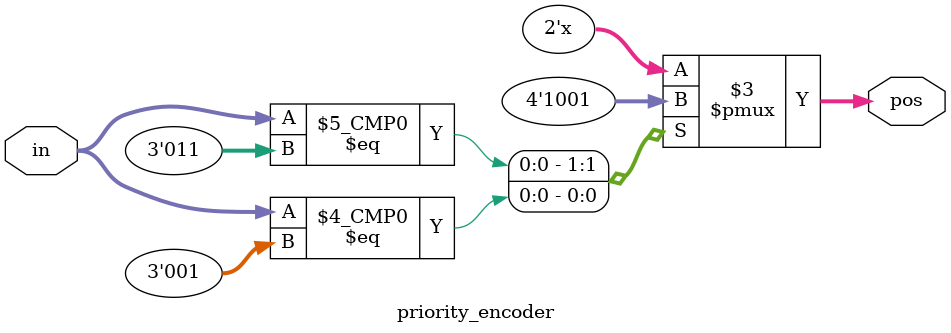
<source format=v>
module priority_encoder( 
input [2:0] in,
output reg [1:0] pos ); 
// When sel=1, assign b to out
always @(pos or in or in[0]) // always have to use in[0] also
case(in)
3'b011:
begin
pos=2'b10;
end
3'b001:
begin
pos=2'b01;
end
3'b011:
begin
pos=2'b00;
end
default:;
endcase
endmodule

</source>
